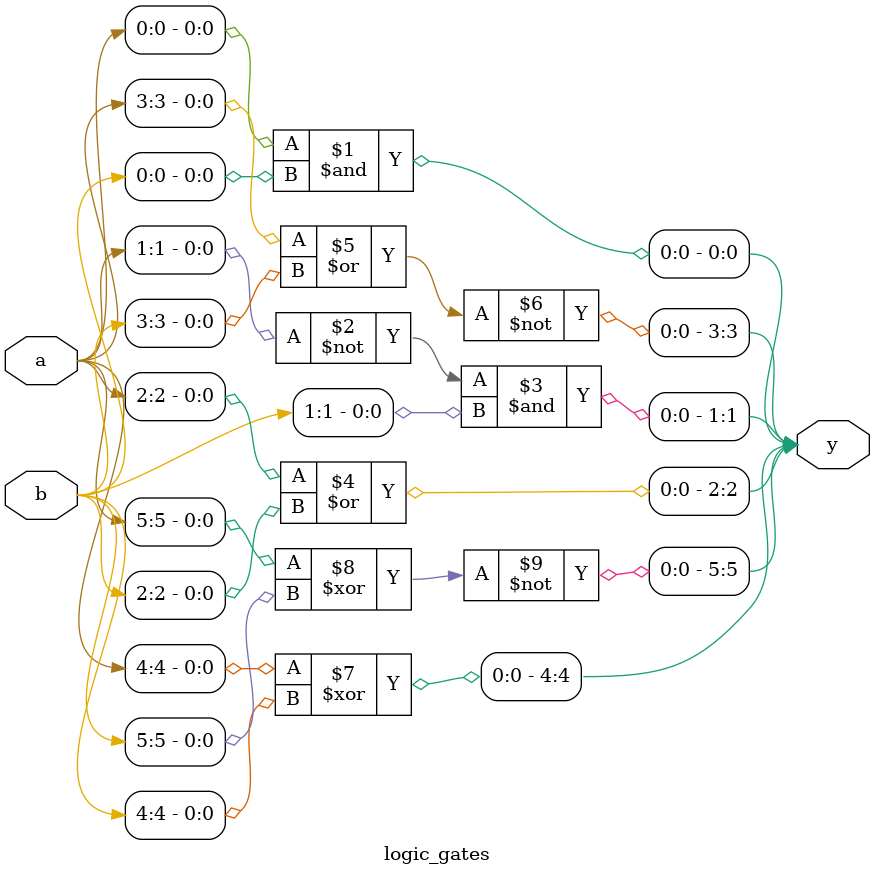
<source format=v>
module logic_gates(
    input [5:0] a,
    input [5:0] b,
    output [5:0] y
    );
    assign y[0] = a[0] & b[0];
    assign y[1] = (~a[1] & b[1]);
    assign y[2] = a[2] | b[2];
    assign y[3] = ~(a[3] | b[3]);
    assign y[4] = a[4]^b[4];
    assign y[5] = ~(a[5]^b[5]);
endmodule

</source>
